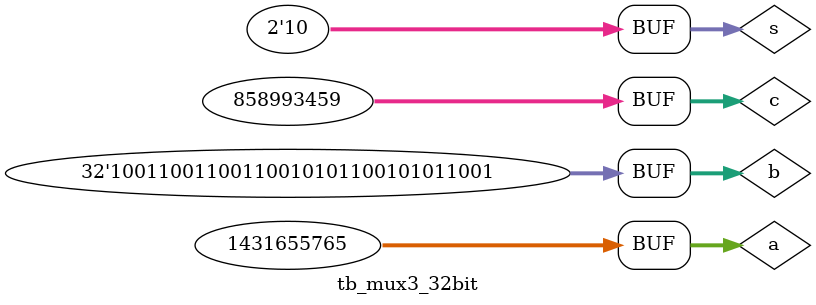
<source format=v>
`timescale 1ns/100ps

module tb_mux3_32bit;
	
	// regs & wire
	reg [31:0] a, b, c;
	reg [1:0]  s;
	wire [31:0] y;
	
	// instance mux3_32bit
	mux3_32bit test_mux3_32bit(a, b, c, s, y);
	
	initial begin
		#0; a = 32'h12341234; b = 32'hffffffff; c = 32'h00000000; s = 2'd0;
		#5; a = 32'h55555555; b = 32'h99995959; c = 32'h33333333;
		#5; a = 32'haaaaaaaa; b = 32'h11111111; c = 32'h23232323; s = 2'd1;
		#5; a = 32'hbbbb1111; b = 32'h77777333; c = 32'h99999aaa;
		#5; a = 32'h12341234; b = 32'hffffffff; c = 32'h00000000; s = 2'd2;
		#5; a = 32'h55555555; b = 32'h99995959; c = 32'h33333333;	
		#5;
	end
	
	
endmodule

</source>
